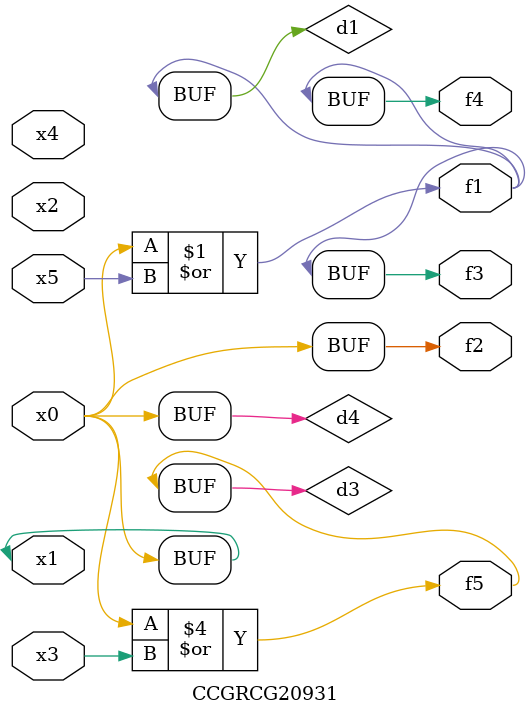
<source format=v>
module CCGRCG20931(
	input x0, x1, x2, x3, x4, x5,
	output f1, f2, f3, f4, f5
);

	wire d1, d2, d3, d4;

	or (d1, x0, x5);
	xnor (d2, x1, x4);
	or (d3, x0, x3);
	buf (d4, x0, x1);
	assign f1 = d1;
	assign f2 = d4;
	assign f3 = d1;
	assign f4 = d1;
	assign f5 = d3;
endmodule

</source>
